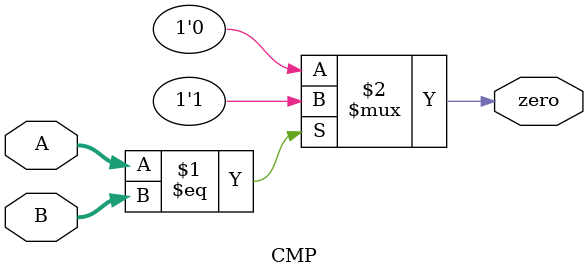
<source format=v>
`timescale 1ns / 1ps
module CMP(
    input [31:0] A,
    input [31:0] B,
    output zero
    );
	 
	 assign zero = (A==B)? 1'b1 : 1'b0;


endmodule

</source>
